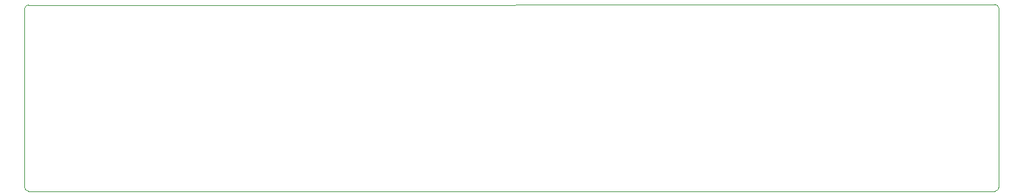
<source format=gbr>
G04 #@! TF.GenerationSoftware,KiCad,Pcbnew,(6.0.2)*
G04 #@! TF.CreationDate,2022-03-15T14:21:33+03:00*
G04 #@! TF.ProjectId,kinesis-top-plate,6b696e65-7369-4732-9d74-6f702d706c61,rev?*
G04 #@! TF.SameCoordinates,Original*
G04 #@! TF.FileFunction,Profile,NP*
%FSLAX46Y46*%
G04 Gerber Fmt 4.6, Leading zero omitted, Abs format (unit mm)*
G04 Created by KiCad (PCBNEW (6.0.2)) date 2022-03-15 14:21:33*
%MOMM*%
%LPD*%
G01*
G04 APERTURE LIST*
G04 #@! TA.AperFunction,Profile*
%ADD10C,0.050000*%
G04 #@! TD*
G04 APERTURE END LIST*
D10*
X24950000Y-92800000D02*
X149500000Y-92800000D01*
X24950000Y-68750000D02*
G75*
G03*
X24450000Y-69250000I0J-500000D01*
G01*
X24450000Y-92300000D02*
G75*
G03*
X24950000Y-92800000I500000J0D01*
G01*
X24450000Y-79450000D02*
X24450000Y-92300000D01*
X24450000Y-79450000D02*
X24450000Y-69250000D01*
X149500000Y-68700000D02*
X24950000Y-68750000D01*
X150000000Y-69200000D02*
X150000000Y-92300000D01*
X149500000Y-92800000D02*
G75*
G03*
X150000000Y-92300000I0J500000D01*
G01*
X150000000Y-69200000D02*
G75*
G03*
X149500000Y-68700000I-500000J0D01*
G01*
M02*

</source>
